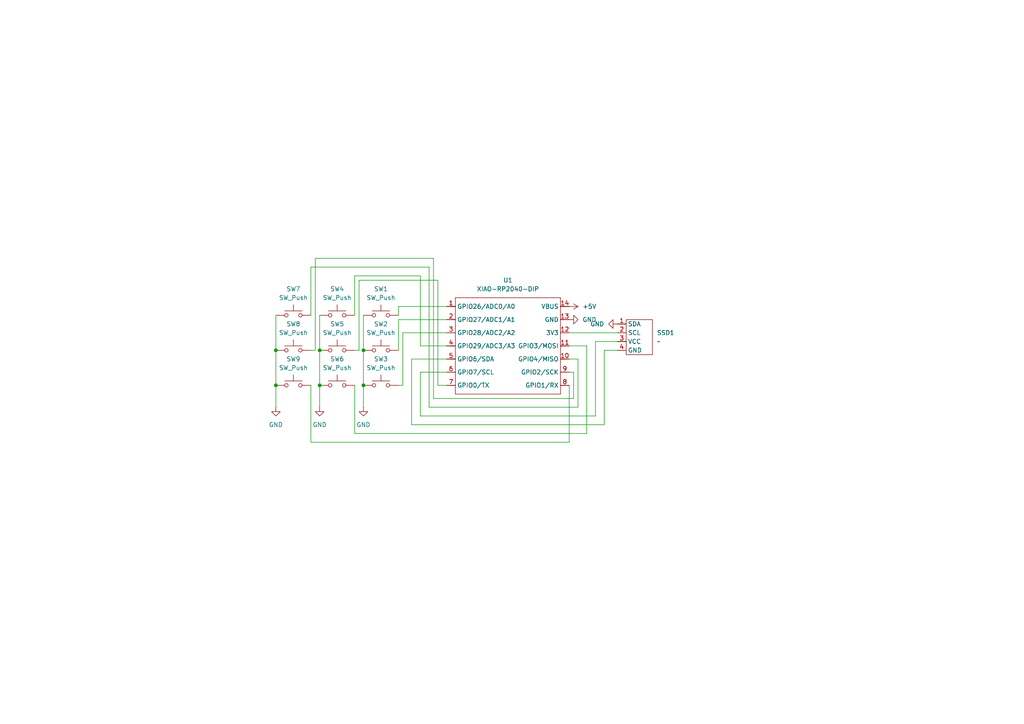
<source format=kicad_sch>
(kicad_sch
	(version 20250114)
	(generator "eeschema")
	(generator_version "9.0")
	(uuid "969d22ba-05ec-4ab3-a202-20452e270c1b")
	(paper "A4")
	(lib_symbols
		(symbol "Switch:SW_Push"
			(pin_numbers
				(hide yes)
			)
			(pin_names
				(offset 1.016)
				(hide yes)
			)
			(exclude_from_sim no)
			(in_bom yes)
			(on_board yes)
			(property "Reference" "SW"
				(at 1.27 2.54 0)
				(effects
					(font
						(size 1.27 1.27)
					)
					(justify left)
				)
			)
			(property "Value" "SW_Push"
				(at 0 -1.524 0)
				(effects
					(font
						(size 1.27 1.27)
					)
				)
			)
			(property "Footprint" ""
				(at 0 5.08 0)
				(effects
					(font
						(size 1.27 1.27)
					)
					(hide yes)
				)
			)
			(property "Datasheet" "~"
				(at 0 5.08 0)
				(effects
					(font
						(size 1.27 1.27)
					)
					(hide yes)
				)
			)
			(property "Description" "Push button switch, generic, two pins"
				(at 0 0 0)
				(effects
					(font
						(size 1.27 1.27)
					)
					(hide yes)
				)
			)
			(property "ki_keywords" "switch normally-open pushbutton push-button"
				(at 0 0 0)
				(effects
					(font
						(size 1.27 1.27)
					)
					(hide yes)
				)
			)
			(symbol "SW_Push_0_1"
				(circle
					(center -2.032 0)
					(radius 0.508)
					(stroke
						(width 0)
						(type default)
					)
					(fill
						(type none)
					)
				)
				(polyline
					(pts
						(xy 0 1.27) (xy 0 3.048)
					)
					(stroke
						(width 0)
						(type default)
					)
					(fill
						(type none)
					)
				)
				(circle
					(center 2.032 0)
					(radius 0.508)
					(stroke
						(width 0)
						(type default)
					)
					(fill
						(type none)
					)
				)
				(polyline
					(pts
						(xy 2.54 1.27) (xy -2.54 1.27)
					)
					(stroke
						(width 0)
						(type default)
					)
					(fill
						(type none)
					)
				)
				(pin passive line
					(at -5.08 0 0)
					(length 2.54)
					(name "1"
						(effects
							(font
								(size 1.27 1.27)
							)
						)
					)
					(number "1"
						(effects
							(font
								(size 1.27 1.27)
							)
						)
					)
				)
				(pin passive line
					(at 5.08 0 180)
					(length 2.54)
					(name "2"
						(effects
							(font
								(size 1.27 1.27)
							)
						)
					)
					(number "2"
						(effects
							(font
								(size 1.27 1.27)
							)
						)
					)
				)
			)
			(embedded_fonts no)
		)
		(symbol "power:+5V"
			(power)
			(pin_numbers
				(hide yes)
			)
			(pin_names
				(offset 0)
				(hide yes)
			)
			(exclude_from_sim no)
			(in_bom yes)
			(on_board yes)
			(property "Reference" "#PWR"
				(at 0 -3.81 0)
				(effects
					(font
						(size 1.27 1.27)
					)
					(hide yes)
				)
			)
			(property "Value" "+5V"
				(at 0 3.556 0)
				(effects
					(font
						(size 1.27 1.27)
					)
				)
			)
			(property "Footprint" ""
				(at 0 0 0)
				(effects
					(font
						(size 1.27 1.27)
					)
					(hide yes)
				)
			)
			(property "Datasheet" ""
				(at 0 0 0)
				(effects
					(font
						(size 1.27 1.27)
					)
					(hide yes)
				)
			)
			(property "Description" "Power symbol creates a global label with name \"+5V\""
				(at 0 0 0)
				(effects
					(font
						(size 1.27 1.27)
					)
					(hide yes)
				)
			)
			(property "ki_keywords" "global power"
				(at 0 0 0)
				(effects
					(font
						(size 1.27 1.27)
					)
					(hide yes)
				)
			)
			(symbol "+5V_0_1"
				(polyline
					(pts
						(xy -0.762 1.27) (xy 0 2.54)
					)
					(stroke
						(width 0)
						(type default)
					)
					(fill
						(type none)
					)
				)
				(polyline
					(pts
						(xy 0 2.54) (xy 0.762 1.27)
					)
					(stroke
						(width 0)
						(type default)
					)
					(fill
						(type none)
					)
				)
				(polyline
					(pts
						(xy 0 0) (xy 0 2.54)
					)
					(stroke
						(width 0)
						(type default)
					)
					(fill
						(type none)
					)
				)
			)
			(symbol "+5V_1_1"
				(pin power_in line
					(at 0 0 90)
					(length 0)
					(name "~"
						(effects
							(font
								(size 1.27 1.27)
							)
						)
					)
					(number "1"
						(effects
							(font
								(size 1.27 1.27)
							)
						)
					)
				)
			)
			(embedded_fonts no)
		)
		(symbol "power:GND"
			(power)
			(pin_numbers
				(hide yes)
			)
			(pin_names
				(offset 0)
				(hide yes)
			)
			(exclude_from_sim no)
			(in_bom yes)
			(on_board yes)
			(property "Reference" "#PWR"
				(at 0 -6.35 0)
				(effects
					(font
						(size 1.27 1.27)
					)
					(hide yes)
				)
			)
			(property "Value" "GND"
				(at 0 -3.81 0)
				(effects
					(font
						(size 1.27 1.27)
					)
				)
			)
			(property "Footprint" ""
				(at 0 0 0)
				(effects
					(font
						(size 1.27 1.27)
					)
					(hide yes)
				)
			)
			(property "Datasheet" ""
				(at 0 0 0)
				(effects
					(font
						(size 1.27 1.27)
					)
					(hide yes)
				)
			)
			(property "Description" "Power symbol creates a global label with name \"GND\" , ground"
				(at 0 0 0)
				(effects
					(font
						(size 1.27 1.27)
					)
					(hide yes)
				)
			)
			(property "ki_keywords" "global power"
				(at 0 0 0)
				(effects
					(font
						(size 1.27 1.27)
					)
					(hide yes)
				)
			)
			(symbol "GND_0_1"
				(polyline
					(pts
						(xy 0 0) (xy 0 -1.27) (xy 1.27 -1.27) (xy 0 -2.54) (xy -1.27 -1.27) (xy 0 -1.27)
					)
					(stroke
						(width 0)
						(type default)
					)
					(fill
						(type none)
					)
				)
			)
			(symbol "GND_1_1"
				(pin power_in line
					(at 0 0 270)
					(length 0)
					(name "~"
						(effects
							(font
								(size 1.27 1.27)
							)
						)
					)
					(number "1"
						(effects
							(font
								(size 1.27 1.27)
							)
						)
					)
				)
			)
			(embedded_fonts no)
		)
		(symbol "ssd1306:SSD1306"
			(exclude_from_sim no)
			(in_bom yes)
			(on_board yes)
			(property "Reference" "SSD1306"
				(at 0 0 0)
				(effects
					(font
						(size 1.27 1.27)
					)
				)
			)
			(property "Value" ""
				(at 0 0 0)
				(effects
					(font
						(size 1.27 1.27)
					)
				)
			)
			(property "Footprint" ""
				(at 0 0 0)
				(effects
					(font
						(size 1.27 1.27)
					)
					(hide yes)
				)
			)
			(property "Datasheet" ""
				(at 0 0 0)
				(effects
					(font
						(size 1.27 1.27)
					)
					(hide yes)
				)
			)
			(property "Description" ""
				(at 0 0 0)
				(effects
					(font
						(size 1.27 1.27)
					)
					(hide yes)
				)
			)
			(symbol "SSD1306_0_1"
				(rectangle
					(start -1.27 -3.81)
					(end 6.35 -13.97)
					(stroke
						(width 0)
						(type default)
					)
					(fill
						(type none)
					)
				)
			)
			(symbol "SSD1306_1_1"
				(pin bidirectional line
					(at -3.81 -5.08 0)
					(length 2.54)
					(name "SDA"
						(effects
							(font
								(size 1.27 1.27)
							)
						)
					)
					(number "1"
						(effects
							(font
								(size 1.27 1.27)
							)
						)
					)
				)
				(pin bidirectional line
					(at -3.81 -7.62 0)
					(length 2.54)
					(name "SCL"
						(effects
							(font
								(size 1.27 1.27)
							)
						)
					)
					(number "2"
						(effects
							(font
								(size 1.27 1.27)
							)
						)
					)
				)
				(pin power_in line
					(at -3.81 -10.16 0)
					(length 2.54)
					(name "VCC"
						(effects
							(font
								(size 1.27 1.27)
							)
						)
					)
					(number "3"
						(effects
							(font
								(size 1.27 1.27)
							)
						)
					)
				)
				(pin power_in line
					(at -3.81 -12.7 0)
					(length 2.54)
					(name "GND"
						(effects
							(font
								(size 1.27 1.27)
							)
						)
					)
					(number "4"
						(effects
							(font
								(size 1.27 1.27)
							)
						)
					)
				)
			)
			(embedded_fonts no)
		)
		(symbol "stuff:XIAO-RP2040-DIP"
			(exclude_from_sim no)
			(in_bom yes)
			(on_board yes)
			(property "Reference" "U"
				(at 0 0 0)
				(effects
					(font
						(size 1.27 1.27)
					)
				)
			)
			(property "Value" "XIAO-RP2040-DIP"
				(at 5.334 -1.778 0)
				(effects
					(font
						(size 1.27 1.27)
					)
				)
			)
			(property "Footprint" "Module:MOUDLE14P-XIAO-DIP-SMD"
				(at 14.478 -32.258 0)
				(effects
					(font
						(size 1.27 1.27)
					)
					(hide yes)
				)
			)
			(property "Datasheet" ""
				(at 0 0 0)
				(effects
					(font
						(size 1.27 1.27)
					)
					(hide yes)
				)
			)
			(property "Description" ""
				(at 0 0 0)
				(effects
					(font
						(size 1.27 1.27)
					)
					(hide yes)
				)
			)
			(symbol "XIAO-RP2040-DIP_1_0"
				(polyline
					(pts
						(xy -1.27 -2.54) (xy 29.21 -2.54)
					)
					(stroke
						(width 0.1524)
						(type solid)
					)
					(fill
						(type none)
					)
				)
				(polyline
					(pts
						(xy -1.27 -5.08) (xy -2.54 -5.08)
					)
					(stroke
						(width 0.1524)
						(type solid)
					)
					(fill
						(type none)
					)
				)
				(polyline
					(pts
						(xy -1.27 -5.08) (xy -1.27 -2.54)
					)
					(stroke
						(width 0.1524)
						(type solid)
					)
					(fill
						(type none)
					)
				)
				(polyline
					(pts
						(xy -1.27 -8.89) (xy -2.54 -8.89)
					)
					(stroke
						(width 0.1524)
						(type solid)
					)
					(fill
						(type none)
					)
				)
				(polyline
					(pts
						(xy -1.27 -8.89) (xy -1.27 -5.08)
					)
					(stroke
						(width 0.1524)
						(type solid)
					)
					(fill
						(type none)
					)
				)
				(polyline
					(pts
						(xy -1.27 -12.7) (xy -2.54 -12.7)
					)
					(stroke
						(width 0.1524)
						(type solid)
					)
					(fill
						(type none)
					)
				)
				(polyline
					(pts
						(xy -1.27 -12.7) (xy -1.27 -8.89)
					)
					(stroke
						(width 0.1524)
						(type solid)
					)
					(fill
						(type none)
					)
				)
				(polyline
					(pts
						(xy -1.27 -16.51) (xy -2.54 -16.51)
					)
					(stroke
						(width 0.1524)
						(type solid)
					)
					(fill
						(type none)
					)
				)
				(polyline
					(pts
						(xy -1.27 -16.51) (xy -1.27 -12.7)
					)
					(stroke
						(width 0.1524)
						(type solid)
					)
					(fill
						(type none)
					)
				)
				(polyline
					(pts
						(xy -1.27 -20.32) (xy -2.54 -20.32)
					)
					(stroke
						(width 0.1524)
						(type solid)
					)
					(fill
						(type none)
					)
				)
				(polyline
					(pts
						(xy -1.27 -24.13) (xy -2.54 -24.13)
					)
					(stroke
						(width 0.1524)
						(type solid)
					)
					(fill
						(type none)
					)
				)
				(polyline
					(pts
						(xy -1.27 -27.94) (xy -2.54 -27.94)
					)
					(stroke
						(width 0.1524)
						(type solid)
					)
					(fill
						(type none)
					)
				)
				(polyline
					(pts
						(xy -1.27 -30.48) (xy -1.27 -16.51)
					)
					(stroke
						(width 0.1524)
						(type solid)
					)
					(fill
						(type none)
					)
				)
				(polyline
					(pts
						(xy 29.21 -2.54) (xy 29.21 -5.08)
					)
					(stroke
						(width 0.1524)
						(type solid)
					)
					(fill
						(type none)
					)
				)
				(polyline
					(pts
						(xy 29.21 -5.08) (xy 29.21 -8.89)
					)
					(stroke
						(width 0.1524)
						(type solid)
					)
					(fill
						(type none)
					)
				)
				(polyline
					(pts
						(xy 29.21 -8.89) (xy 29.21 -12.7)
					)
					(stroke
						(width 0.1524)
						(type solid)
					)
					(fill
						(type none)
					)
				)
				(polyline
					(pts
						(xy 29.21 -12.7) (xy 29.21 -30.48)
					)
					(stroke
						(width 0.1524)
						(type solid)
					)
					(fill
						(type none)
					)
				)
				(polyline
					(pts
						(xy 29.21 -30.48) (xy -1.27 -30.48)
					)
					(stroke
						(width 0.1524)
						(type solid)
					)
					(fill
						(type none)
					)
				)
				(polyline
					(pts
						(xy 30.48 -5.08) (xy 29.21 -5.08)
					)
					(stroke
						(width 0.1524)
						(type solid)
					)
					(fill
						(type none)
					)
				)
				(polyline
					(pts
						(xy 30.48 -8.89) (xy 29.21 -8.89)
					)
					(stroke
						(width 0.1524)
						(type solid)
					)
					(fill
						(type none)
					)
				)
				(polyline
					(pts
						(xy 30.48 -12.7) (xy 29.21 -12.7)
					)
					(stroke
						(width 0.1524)
						(type solid)
					)
					(fill
						(type none)
					)
				)
				(polyline
					(pts
						(xy 30.48 -16.51) (xy 29.21 -16.51)
					)
					(stroke
						(width 0.1524)
						(type solid)
					)
					(fill
						(type none)
					)
				)
				(polyline
					(pts
						(xy 30.48 -20.32) (xy 29.21 -20.32)
					)
					(stroke
						(width 0.1524)
						(type solid)
					)
					(fill
						(type none)
					)
				)
				(polyline
					(pts
						(xy 30.48 -24.13) (xy 29.21 -24.13)
					)
					(stroke
						(width 0.1524)
						(type solid)
					)
					(fill
						(type none)
					)
				)
				(polyline
					(pts
						(xy 30.48 -27.94) (xy 29.21 -27.94)
					)
					(stroke
						(width 0.1524)
						(type solid)
					)
					(fill
						(type none)
					)
				)
				(pin passive line
					(at -3.81 -5.08 0)
					(length 2.54)
					(name "GPIO26/ADC0/A0"
						(effects
							(font
								(size 1.27 1.27)
							)
						)
					)
					(number "1"
						(effects
							(font
								(size 1.27 1.27)
							)
						)
					)
				)
				(pin passive line
					(at -3.81 -8.89 0)
					(length 2.54)
					(name "GPIO27/ADC1/A1"
						(effects
							(font
								(size 1.27 1.27)
							)
						)
					)
					(number "2"
						(effects
							(font
								(size 1.27 1.27)
							)
						)
					)
				)
				(pin passive line
					(at -3.81 -12.7 0)
					(length 2.54)
					(name "GPIO28/ADC2/A2"
						(effects
							(font
								(size 1.27 1.27)
							)
						)
					)
					(number "3"
						(effects
							(font
								(size 1.27 1.27)
							)
						)
					)
				)
				(pin passive line
					(at -3.81 -16.51 0)
					(length 2.54)
					(name "GPIO29/ADC3/A3"
						(effects
							(font
								(size 1.27 1.27)
							)
						)
					)
					(number "4"
						(effects
							(font
								(size 1.27 1.27)
							)
						)
					)
				)
				(pin passive line
					(at -3.81 -20.32 0)
					(length 2.54)
					(name "GPIO6/SDA"
						(effects
							(font
								(size 1.27 1.27)
							)
						)
					)
					(number "5"
						(effects
							(font
								(size 1.27 1.27)
							)
						)
					)
				)
				(pin passive line
					(at -3.81 -24.13 0)
					(length 2.54)
					(name "GPIO7/SCL"
						(effects
							(font
								(size 1.27 1.27)
							)
						)
					)
					(number "6"
						(effects
							(font
								(size 1.27 1.27)
							)
						)
					)
				)
				(pin passive line
					(at -3.81 -27.94 0)
					(length 2.54)
					(name "GPIO0/TX"
						(effects
							(font
								(size 1.27 1.27)
							)
						)
					)
					(number "7"
						(effects
							(font
								(size 1.27 1.27)
							)
						)
					)
				)
				(pin passive line
					(at 31.75 -5.08 180)
					(length 2.54)
					(name "VBUS"
						(effects
							(font
								(size 1.27 1.27)
							)
						)
					)
					(number "14"
						(effects
							(font
								(size 1.27 1.27)
							)
						)
					)
				)
				(pin passive line
					(at 31.75 -8.89 180)
					(length 2.54)
					(name "GND"
						(effects
							(font
								(size 1.27 1.27)
							)
						)
					)
					(number "13"
						(effects
							(font
								(size 1.27 1.27)
							)
						)
					)
				)
				(pin passive line
					(at 31.75 -12.7 180)
					(length 2.54)
					(name "3V3"
						(effects
							(font
								(size 1.27 1.27)
							)
						)
					)
					(number "12"
						(effects
							(font
								(size 1.27 1.27)
							)
						)
					)
				)
				(pin passive line
					(at 31.75 -16.51 180)
					(length 2.54)
					(name "GPIO3/MOSI"
						(effects
							(font
								(size 1.27 1.27)
							)
						)
					)
					(number "11"
						(effects
							(font
								(size 1.27 1.27)
							)
						)
					)
				)
				(pin passive line
					(at 31.75 -20.32 180)
					(length 2.54)
					(name "GPIO4/MISO"
						(effects
							(font
								(size 1.27 1.27)
							)
						)
					)
					(number "10"
						(effects
							(font
								(size 1.27 1.27)
							)
						)
					)
				)
				(pin passive line
					(at 31.75 -24.13 180)
					(length 2.54)
					(name "GPIO2/SCK"
						(effects
							(font
								(size 1.27 1.27)
							)
						)
					)
					(number "9"
						(effects
							(font
								(size 1.27 1.27)
							)
						)
					)
				)
				(pin passive line
					(at 31.75 -27.94 180)
					(length 2.54)
					(name "GPIO1/RX"
						(effects
							(font
								(size 1.27 1.27)
							)
						)
					)
					(number "8"
						(effects
							(font
								(size 1.27 1.27)
							)
						)
					)
				)
			)
			(embedded_fonts no)
		)
	)
	(junction
		(at 105.41 101.6)
		(diameter 0)
		(color 0 0 0 0)
		(uuid "066f1ca6-c614-427e-8e6c-ba0edeaaa06b")
	)
	(junction
		(at 80.01 111.76)
		(diameter 0)
		(color 0 0 0 0)
		(uuid "133555ab-fd4f-4897-97db-bb8410584cc2")
	)
	(junction
		(at 105.41 111.76)
		(diameter 0)
		(color 0 0 0 0)
		(uuid "3aefb8d1-f6f4-4dd1-935b-978f6c3652d6")
	)
	(junction
		(at 80.01 101.6)
		(diameter 0)
		(color 0 0 0 0)
		(uuid "a9fa5a6c-f800-43b5-8098-04bc4ad9ed79")
	)
	(junction
		(at 92.71 111.76)
		(diameter 0)
		(color 0 0 0 0)
		(uuid "ea50bb28-3b08-4889-9c71-b368b34c4c67")
	)
	(junction
		(at 92.71 101.6)
		(diameter 0)
		(color 0 0 0 0)
		(uuid "ede18072-36b0-410a-955a-ad329b7a9b2a")
	)
	(wire
		(pts
			(xy 105.41 111.76) (xy 105.41 118.11)
		)
		(stroke
			(width 0)
			(type default)
		)
		(uuid "0a5b3746-c5e2-4613-b064-f2df40dc441f")
	)
	(wire
		(pts
			(xy 166.37 107.95) (xy 165.1 107.95)
		)
		(stroke
			(width 0)
			(type default)
		)
		(uuid "0ac99c07-0849-4eb3-9d2d-ac100ac04374")
	)
	(wire
		(pts
			(xy 102.87 125.73) (xy 170.18 125.73)
		)
		(stroke
			(width 0)
			(type default)
		)
		(uuid "0ad84464-c757-42fe-83e7-3db9154a21a2")
	)
	(wire
		(pts
			(xy 170.18 100.33) (xy 165.1 100.33)
		)
		(stroke
			(width 0)
			(type default)
		)
		(uuid "0d78da93-4fae-40f5-9814-a5797a2ed814")
	)
	(wire
		(pts
			(xy 165.1 96.52) (xy 179.07 96.52)
		)
		(stroke
			(width 0)
			(type default)
		)
		(uuid "14ffa752-d7ff-423c-9463-518cc51e766f")
	)
	(wire
		(pts
			(xy 104.14 81.28) (xy 127 81.28)
		)
		(stroke
			(width 0)
			(type default)
		)
		(uuid "1ce4293e-c72c-4d2e-8f21-fa8f0ff619a6")
	)
	(wire
		(pts
			(xy 124.46 118.11) (xy 167.64 118.11)
		)
		(stroke
			(width 0)
			(type default)
		)
		(uuid "24dc6adc-70f3-47ac-ba47-c47add5a9962")
	)
	(wire
		(pts
			(xy 102.87 111.76) (xy 102.87 125.73)
		)
		(stroke
			(width 0)
			(type default)
		)
		(uuid "2637397d-271e-44f5-b827-3ca477c35e33")
	)
	(wire
		(pts
			(xy 170.18 125.73) (xy 170.18 100.33)
		)
		(stroke
			(width 0)
			(type default)
		)
		(uuid "3b47504a-c43e-4620-8571-5aafd4155b8f")
	)
	(wire
		(pts
			(xy 116.84 96.52) (xy 129.54 96.52)
		)
		(stroke
			(width 0)
			(type default)
		)
		(uuid "40b162f1-2c64-41b9-8e34-3327e25057bf")
	)
	(wire
		(pts
			(xy 80.01 91.44) (xy 80.01 101.6)
		)
		(stroke
			(width 0)
			(type default)
		)
		(uuid "4179a15d-8266-4a36-b991-e6e44248b541")
	)
	(wire
		(pts
			(xy 165.1 128.27) (xy 165.1 111.76)
		)
		(stroke
			(width 0)
			(type default)
		)
		(uuid "47213533-72a1-4116-8db0-5a1563411959")
	)
	(wire
		(pts
			(xy 92.71 111.76) (xy 92.71 118.11)
		)
		(stroke
			(width 0)
			(type default)
		)
		(uuid "4c8e9ef3-3842-491d-a680-ea8ed61dff6b")
	)
	(wire
		(pts
			(xy 90.17 128.27) (xy 165.1 128.27)
		)
		(stroke
			(width 0)
			(type default)
		)
		(uuid "5275fc55-6102-441f-9ee4-08a704a4f423")
	)
	(wire
		(pts
			(xy 127 81.28) (xy 127 111.76)
		)
		(stroke
			(width 0)
			(type default)
		)
		(uuid "52777a9e-33e9-4b14-8d87-9412da75a6d3")
	)
	(wire
		(pts
			(xy 175.26 123.19) (xy 119.38 123.19)
		)
		(stroke
			(width 0)
			(type default)
		)
		(uuid "557c5ab7-7473-4f30-a615-a088eeb63498")
	)
	(wire
		(pts
			(xy 121.92 100.33) (xy 129.54 100.33)
		)
		(stroke
			(width 0)
			(type default)
		)
		(uuid "5d996533-355f-4674-a3e7-46461bb7ca61")
	)
	(wire
		(pts
			(xy 90.17 101.6) (xy 91.44 101.6)
		)
		(stroke
			(width 0)
			(type default)
		)
		(uuid "5f52f223-8b0d-4e83-a0b5-1544bc87155c")
	)
	(wire
		(pts
			(xy 91.44 74.93) (xy 125.73 74.93)
		)
		(stroke
			(width 0)
			(type default)
		)
		(uuid "636758c6-9184-4bf1-b2f9-8c4baf084a1d")
	)
	(wire
		(pts
			(xy 105.41 101.6) (xy 105.41 111.76)
		)
		(stroke
			(width 0)
			(type default)
		)
		(uuid "6788654a-e126-4efc-8669-7e6dfc16fe78")
	)
	(wire
		(pts
			(xy 166.37 115.57) (xy 166.37 107.95)
		)
		(stroke
			(width 0)
			(type default)
		)
		(uuid "6db1851b-f647-4011-b586-0e0a5043abac")
	)
	(wire
		(pts
			(xy 172.72 99.06) (xy 172.72 120.65)
		)
		(stroke
			(width 0)
			(type default)
		)
		(uuid "6e6d59db-3eda-4a0a-afa3-3aa5861aee1d")
	)
	(wire
		(pts
			(xy 102.87 91.44) (xy 102.87 80.01)
		)
		(stroke
			(width 0)
			(type default)
		)
		(uuid "70005c84-ef86-4c68-8d25-4bd26c5b305a")
	)
	(wire
		(pts
			(xy 121.92 80.01) (xy 121.92 100.33)
		)
		(stroke
			(width 0)
			(type default)
		)
		(uuid "70152ded-4dc4-4a5a-9d64-1099f72a17ce")
	)
	(wire
		(pts
			(xy 127 111.76) (xy 129.54 111.76)
		)
		(stroke
			(width 0)
			(type default)
		)
		(uuid "7dc8bb6e-d4ed-4a03-9c5b-d4ecd84b33ff")
	)
	(wire
		(pts
			(xy 179.07 99.06) (xy 172.72 99.06)
		)
		(stroke
			(width 0)
			(type default)
		)
		(uuid "8a177d7f-1b09-4693-a374-9fae6f340ec5")
	)
	(wire
		(pts
			(xy 179.07 101.6) (xy 175.26 101.6)
		)
		(stroke
			(width 0)
			(type default)
		)
		(uuid "950a8049-428b-41da-ba5c-d38f804634c9")
	)
	(wire
		(pts
			(xy 90.17 77.47) (xy 124.46 77.47)
		)
		(stroke
			(width 0)
			(type default)
		)
		(uuid "950dca58-3717-4768-a704-e82e5420e024")
	)
	(wire
		(pts
			(xy 115.57 91.44) (xy 115.57 88.9)
		)
		(stroke
			(width 0)
			(type default)
		)
		(uuid "976385be-8011-4763-b228-b832cb5f7930")
	)
	(wire
		(pts
			(xy 91.44 101.6) (xy 91.44 74.93)
		)
		(stroke
			(width 0)
			(type default)
		)
		(uuid "9940fa05-38bc-496f-8a2b-b3515ec8d539")
	)
	(wire
		(pts
			(xy 102.87 101.6) (xy 104.14 101.6)
		)
		(stroke
			(width 0)
			(type default)
		)
		(uuid "9d9050a3-906d-4f16-ac06-1ee2c1bb110e")
	)
	(wire
		(pts
			(xy 92.71 101.6) (xy 92.71 111.76)
		)
		(stroke
			(width 0)
			(type default)
		)
		(uuid "a7568f76-39c4-4771-972b-158e6fe20431")
	)
	(wire
		(pts
			(xy 167.64 118.11) (xy 167.64 104.14)
		)
		(stroke
			(width 0)
			(type default)
		)
		(uuid "a7c8d63d-58c6-4ddf-96e6-becd9dd34ed9")
	)
	(wire
		(pts
			(xy 90.17 111.76) (xy 90.17 128.27)
		)
		(stroke
			(width 0)
			(type default)
		)
		(uuid "a8ab462b-986f-4190-bb04-0f3dc2b947d6")
	)
	(wire
		(pts
			(xy 80.01 111.76) (xy 80.01 118.11)
		)
		(stroke
			(width 0)
			(type default)
		)
		(uuid "aa0d09f6-f607-4949-9ce9-c855781f5ae7")
	)
	(wire
		(pts
			(xy 105.41 91.44) (xy 105.41 101.6)
		)
		(stroke
			(width 0)
			(type default)
		)
		(uuid "adbd7039-c317-48ec-8a53-0c780ec2dd72")
	)
	(wire
		(pts
			(xy 125.73 74.93) (xy 125.73 115.57)
		)
		(stroke
			(width 0)
			(type default)
		)
		(uuid "b0ee02ed-e157-4157-bc66-6920582aa31c")
	)
	(wire
		(pts
			(xy 104.14 101.6) (xy 104.14 81.28)
		)
		(stroke
			(width 0)
			(type default)
		)
		(uuid "b6364082-693f-4076-b42f-6e4545c88cce")
	)
	(wire
		(pts
			(xy 121.92 120.65) (xy 121.92 107.95)
		)
		(stroke
			(width 0)
			(type default)
		)
		(uuid "b6a79e9f-d714-4bb0-959a-707ddb716a49")
	)
	(wire
		(pts
			(xy 121.92 107.95) (xy 129.54 107.95)
		)
		(stroke
			(width 0)
			(type default)
		)
		(uuid "b6f6bb4f-c941-426a-ba13-03496e172386")
	)
	(wire
		(pts
			(xy 124.46 77.47) (xy 124.46 118.11)
		)
		(stroke
			(width 0)
			(type default)
		)
		(uuid "c10ea0cd-b37a-4d4f-88a5-d9030d8c8b9b")
	)
	(wire
		(pts
			(xy 167.64 104.14) (xy 165.1 104.14)
		)
		(stroke
			(width 0)
			(type default)
		)
		(uuid "c14727b8-14fc-4beb-b069-11b725e549ee")
	)
	(wire
		(pts
			(xy 119.38 123.19) (xy 119.38 104.14)
		)
		(stroke
			(width 0)
			(type default)
		)
		(uuid "c19265d6-5fc5-487d-9686-7757978d374b")
	)
	(wire
		(pts
			(xy 80.01 101.6) (xy 80.01 111.76)
		)
		(stroke
			(width 0)
			(type default)
		)
		(uuid "c5de9101-b7f4-47d8-87ef-3c4a16de6550")
	)
	(wire
		(pts
			(xy 90.17 91.44) (xy 90.17 77.47)
		)
		(stroke
			(width 0)
			(type default)
		)
		(uuid "c7ec6cc3-f8ed-428e-b3e2-4d3b9b0a5dc3")
	)
	(wire
		(pts
			(xy 172.72 120.65) (xy 121.92 120.65)
		)
		(stroke
			(width 0)
			(type default)
		)
		(uuid "d3bd84b4-5de2-451a-a0b9-363ede93df7c")
	)
	(wire
		(pts
			(xy 175.26 101.6) (xy 175.26 123.19)
		)
		(stroke
			(width 0)
			(type default)
		)
		(uuid "d5c2215a-f69c-4a72-b572-cc779820b701")
	)
	(wire
		(pts
			(xy 115.57 88.9) (xy 129.54 88.9)
		)
		(stroke
			(width 0)
			(type default)
		)
		(uuid "e2ab97c0-3b45-4551-9bd1-283abe8e3c1e")
	)
	(wire
		(pts
			(xy 102.87 80.01) (xy 121.92 80.01)
		)
		(stroke
			(width 0)
			(type default)
		)
		(uuid "e5c03531-4bf9-42e7-8cbb-8edaf57a326d")
	)
	(wire
		(pts
			(xy 115.57 111.76) (xy 116.84 111.76)
		)
		(stroke
			(width 0)
			(type default)
		)
		(uuid "e745e4a0-ad62-44f6-922b-98402bdb44f7")
	)
	(wire
		(pts
			(xy 119.38 104.14) (xy 129.54 104.14)
		)
		(stroke
			(width 0)
			(type default)
		)
		(uuid "e7855dc2-94ca-4576-9c86-d4b8533b5d71")
	)
	(wire
		(pts
			(xy 116.84 111.76) (xy 116.84 96.52)
		)
		(stroke
			(width 0)
			(type default)
		)
		(uuid "e8149c51-6690-486a-ba79-a9840e7e069f")
	)
	(wire
		(pts
			(xy 125.73 115.57) (xy 166.37 115.57)
		)
		(stroke
			(width 0)
			(type default)
		)
		(uuid "e8254c32-a247-46ee-b251-f802f0f82093")
	)
	(wire
		(pts
			(xy 92.71 91.44) (xy 92.71 101.6)
		)
		(stroke
			(width 0)
			(type default)
		)
		(uuid "eeef0915-5877-4cd4-9bb5-11a2e8551b0c")
	)
	(wire
		(pts
			(xy 115.57 101.6) (xy 115.57 92.71)
		)
		(stroke
			(width 0)
			(type default)
		)
		(uuid "f82a2251-d312-40ef-9721-68c405fd4ba1")
	)
	(wire
		(pts
			(xy 115.57 92.71) (xy 129.54 92.71)
		)
		(stroke
			(width 0)
			(type default)
		)
		(uuid "fc91404e-4bf4-4127-b835-3342bcea4720")
	)
	(symbol
		(lib_id "stuff:XIAO-RP2040-DIP")
		(at 133.35 83.82 0)
		(unit 1)
		(exclude_from_sim no)
		(in_bom yes)
		(on_board yes)
		(dnp no)
		(fields_autoplaced yes)
		(uuid "0ba64b87-6453-40e0-954a-f95a0610bbe7")
		(property "Reference" "U1"
			(at 147.32 81.28 0)
			(effects
				(font
					(size 1.27 1.27)
				)
			)
		)
		(property "Value" "XIAO-RP2040-DIP"
			(at 147.32 83.82 0)
			(effects
				(font
					(size 1.27 1.27)
				)
			)
		)
		(property "Footprint" "feet:XIAO-RP2040-DIP"
			(at 147.828 116.078 0)
			(effects
				(font
					(size 1.27 1.27)
				)
				(hide yes)
			)
		)
		(property "Datasheet" ""
			(at 133.35 83.82 0)
			(effects
				(font
					(size 1.27 1.27)
				)
				(hide yes)
			)
		)
		(property "Description" ""
			(at 133.35 83.82 0)
			(effects
				(font
					(size 1.27 1.27)
				)
				(hide yes)
			)
		)
		(pin "12"
			(uuid "39b49634-be61-4e60-8fed-6f86f4583bf7")
		)
		(pin "7"
			(uuid "ebf4afe4-b598-4159-9928-06b92fbb7a69")
		)
		(pin "3"
			(uuid "b6cfa63c-6b25-4611-901e-0be8683c9c14")
		)
		(pin "8"
			(uuid "b2825cba-689b-4bdf-911b-e4f7c543a204")
		)
		(pin "1"
			(uuid "8ba0c5c6-c601-43e1-87cb-7beab01e408b")
		)
		(pin "5"
			(uuid "030f3970-f64d-4283-a30f-39e904ba6a47")
		)
		(pin "14"
			(uuid "ba014a89-72e5-4aa1-885a-e6eefc57adc2")
		)
		(pin "11"
			(uuid "5d0b796e-2590-4d31-93de-5ab61187f094")
		)
		(pin "2"
			(uuid "604d5048-5225-4638-b058-1239192ed836")
		)
		(pin "13"
			(uuid "1fa51f35-7d22-4faa-ba5b-f076e83f03c4")
		)
		(pin "4"
			(uuid "8514c8ad-dfcd-4de7-8f91-535ed1d5ef84")
		)
		(pin "9"
			(uuid "2f3cbb91-e11b-4c71-95e8-85df4a310f4f")
		)
		(pin "10"
			(uuid "7531cbc5-5cb5-4b2a-8ae1-645124e3a808")
		)
		(pin "6"
			(uuid "c827416c-78bb-4c52-bbf5-98248b793be5")
		)
		(instances
			(project ""
				(path "/969d22ba-05ec-4ab3-a202-20452e270c1b"
					(reference "U1")
					(unit 1)
				)
			)
		)
	)
	(symbol
		(lib_id "Switch:SW_Push")
		(at 85.09 111.76 0)
		(unit 1)
		(exclude_from_sim no)
		(in_bom yes)
		(on_board yes)
		(dnp no)
		(fields_autoplaced yes)
		(uuid "1297b6a3-3f66-4b0b-b605-76482c28bbc9")
		(property "Reference" "SW9"
			(at 85.09 104.14 0)
			(effects
				(font
					(size 1.27 1.27)
				)
			)
		)
		(property "Value" "SW_Push"
			(at 85.09 106.68 0)
			(effects
				(font
					(size 1.27 1.27)
				)
			)
		)
		(property "Footprint" "Button_Switch_Keyboard:SW_Cherry_MX_1.00u_PCB"
			(at 85.09 106.68 0)
			(effects
				(font
					(size 1.27 1.27)
				)
				(hide yes)
			)
		)
		(property "Datasheet" "~"
			(at 85.09 106.68 0)
			(effects
				(font
					(size 1.27 1.27)
				)
				(hide yes)
			)
		)
		(property "Description" "Push button switch, generic, two pins"
			(at 85.09 111.76 0)
			(effects
				(font
					(size 1.27 1.27)
				)
				(hide yes)
			)
		)
		(pin "2"
			(uuid "332b79ad-fdd9-4403-b41e-5772bf12aaba")
		)
		(pin "1"
			(uuid "8fae8f77-c805-43e6-b6fe-a87aa2ba38b8")
		)
		(instances
			(project ""
				(path "/969d22ba-05ec-4ab3-a202-20452e270c1b"
					(reference "SW9")
					(unit 1)
				)
			)
		)
	)
	(symbol
		(lib_id "Switch:SW_Push")
		(at 85.09 91.44 0)
		(unit 1)
		(exclude_from_sim no)
		(in_bom yes)
		(on_board yes)
		(dnp no)
		(fields_autoplaced yes)
		(uuid "27c2a1bf-f9c3-42a1-b592-a6fdc683ae5d")
		(property "Reference" "SW7"
			(at 85.09 83.82 0)
			(effects
				(font
					(size 1.27 1.27)
				)
			)
		)
		(property "Value" "SW_Push"
			(at 85.09 86.36 0)
			(effects
				(font
					(size 1.27 1.27)
				)
			)
		)
		(property "Footprint" "Button_Switch_Keyboard:SW_Cherry_MX_1.00u_PCB"
			(at 85.09 86.36 0)
			(effects
				(font
					(size 1.27 1.27)
				)
				(hide yes)
			)
		)
		(property "Datasheet" "~"
			(at 85.09 86.36 0)
			(effects
				(font
					(size 1.27 1.27)
				)
				(hide yes)
			)
		)
		(property "Description" "Push button switch, generic, two pins"
			(at 85.09 91.44 0)
			(effects
				(font
					(size 1.27 1.27)
				)
				(hide yes)
			)
		)
		(pin "1"
			(uuid "3f18db54-c7e9-4d54-88c5-7afe35f5e2dc")
		)
		(pin "2"
			(uuid "477fec27-b93d-4ece-8798-d0349255d2b8")
		)
		(instances
			(project ""
				(path "/969d22ba-05ec-4ab3-a202-20452e270c1b"
					(reference "SW7")
					(unit 1)
				)
			)
		)
	)
	(symbol
		(lib_id "power:GND")
		(at 165.1 92.71 90)
		(unit 1)
		(exclude_from_sim no)
		(in_bom yes)
		(on_board yes)
		(dnp no)
		(fields_autoplaced yes)
		(uuid "3e802fbe-dbe7-4a9d-9d14-b3f3d13fc15e")
		(property "Reference" "#PWR04"
			(at 171.45 92.71 0)
			(effects
				(font
					(size 1.27 1.27)
				)
				(hide yes)
			)
		)
		(property "Value" "GND"
			(at 168.91 92.7099 90)
			(effects
				(font
					(size 1.27 1.27)
				)
				(justify right)
			)
		)
		(property "Footprint" ""
			(at 165.1 92.71 0)
			(effects
				(font
					(size 1.27 1.27)
				)
				(hide yes)
			)
		)
		(property "Datasheet" ""
			(at 165.1 92.71 0)
			(effects
				(font
					(size 1.27 1.27)
				)
				(hide yes)
			)
		)
		(property "Description" "Power symbol creates a global label with name \"GND\" , ground"
			(at 165.1 92.71 0)
			(effects
				(font
					(size 1.27 1.27)
				)
				(hide yes)
			)
		)
		(pin "1"
			(uuid "3e6be02a-a62c-4059-81bb-e0ed7fa28257")
		)
		(instances
			(project ""
				(path "/969d22ba-05ec-4ab3-a202-20452e270c1b"
					(reference "#PWR04")
					(unit 1)
				)
			)
		)
	)
	(symbol
		(lib_id "ssd1306:SSD1306")
		(at 182.88 88.9 0)
		(unit 1)
		(exclude_from_sim no)
		(in_bom yes)
		(on_board yes)
		(dnp no)
		(fields_autoplaced yes)
		(uuid "402ad720-daac-4d16-884f-1c6cde90f23d")
		(property "Reference" "SSD1"
			(at 190.5 96.5199 0)
			(effects
				(font
					(size 1.27 1.27)
				)
				(justify left)
			)
		)
		(property "Value" "~"
			(at 190.5 99.0599 0)
			(effects
				(font
					(size 1.27 1.27)
				)
				(justify left)
			)
		)
		(property "Footprint" "oled:SSD1306-0.91-OLED-4pin-128x32 (4)"
			(at 182.88 88.9 0)
			(effects
				(font
					(size 1.27 1.27)
				)
				(hide yes)
			)
		)
		(property "Datasheet" ""
			(at 182.88 88.9 0)
			(effects
				(font
					(size 1.27 1.27)
				)
				(hide yes)
			)
		)
		(property "Description" ""
			(at 182.88 88.9 0)
			(effects
				(font
					(size 1.27 1.27)
				)
				(hide yes)
			)
		)
		(pin "1"
			(uuid "14258c20-0981-408a-8df4-5dd46bf95582")
		)
		(pin "4"
			(uuid "5e1891e3-b6f1-4f4a-831f-f4a4410ea05f")
		)
		(pin "3"
			(uuid "6b53c84a-69a4-490c-b156-8f427ecee0c5")
		)
		(pin "2"
			(uuid "6d944353-f761-4502-9ea7-d4232f700d2d")
		)
		(instances
			(project ""
				(path "/969d22ba-05ec-4ab3-a202-20452e270c1b"
					(reference "SSD1")
					(unit 1)
				)
			)
		)
	)
	(symbol
		(lib_id "power:GND")
		(at 92.71 118.11 0)
		(unit 1)
		(exclude_from_sim no)
		(in_bom yes)
		(on_board yes)
		(dnp no)
		(fields_autoplaced yes)
		(uuid "4d25d131-f74f-486c-b6cd-00966196c995")
		(property "Reference" "#PWR02"
			(at 92.71 124.46 0)
			(effects
				(font
					(size 1.27 1.27)
				)
				(hide yes)
			)
		)
		(property "Value" "GND"
			(at 92.71 123.19 0)
			(effects
				(font
					(size 1.27 1.27)
				)
			)
		)
		(property "Footprint" ""
			(at 92.71 118.11 0)
			(effects
				(font
					(size 1.27 1.27)
				)
				(hide yes)
			)
		)
		(property "Datasheet" ""
			(at 92.71 118.11 0)
			(effects
				(font
					(size 1.27 1.27)
				)
				(hide yes)
			)
		)
		(property "Description" "Power symbol creates a global label with name \"GND\" , ground"
			(at 92.71 118.11 0)
			(effects
				(font
					(size 1.27 1.27)
				)
				(hide yes)
			)
		)
		(pin "1"
			(uuid "b3812b0e-a729-4160-95fc-5adcbc51f3b4")
		)
		(instances
			(project ""
				(path "/969d22ba-05ec-4ab3-a202-20452e270c1b"
					(reference "#PWR02")
					(unit 1)
				)
			)
		)
	)
	(symbol
		(lib_id "Switch:SW_Push")
		(at 85.09 101.6 0)
		(unit 1)
		(exclude_from_sim no)
		(in_bom yes)
		(on_board yes)
		(dnp no)
		(fields_autoplaced yes)
		(uuid "6eb9e4f7-0aed-4593-be0e-b2666de91176")
		(property "Reference" "SW8"
			(at 85.09 93.98 0)
			(effects
				(font
					(size 1.27 1.27)
				)
			)
		)
		(property "Value" "SW_Push"
			(at 85.09 96.52 0)
			(effects
				(font
					(size 1.27 1.27)
				)
			)
		)
		(property "Footprint" "Button_Switch_Keyboard:SW_Cherry_MX_1.00u_PCB"
			(at 85.09 96.52 0)
			(effects
				(font
					(size 1.27 1.27)
				)
				(hide yes)
			)
		)
		(property "Datasheet" "~"
			(at 85.09 96.52 0)
			(effects
				(font
					(size 1.27 1.27)
				)
				(hide yes)
			)
		)
		(property "Description" "Push button switch, generic, two pins"
			(at 85.09 101.6 0)
			(effects
				(font
					(size 1.27 1.27)
				)
				(hide yes)
			)
		)
		(pin "1"
			(uuid "60555e2e-243c-4118-95ff-438d6dfff326")
		)
		(pin "2"
			(uuid "ca9460e5-5418-41d3-a2c7-0cf3f636f8fd")
		)
		(instances
			(project ""
				(path "/969d22ba-05ec-4ab3-a202-20452e270c1b"
					(reference "SW8")
					(unit 1)
				)
			)
		)
	)
	(symbol
		(lib_id "Switch:SW_Push")
		(at 110.49 101.6 0)
		(unit 1)
		(exclude_from_sim no)
		(in_bom yes)
		(on_board yes)
		(dnp no)
		(fields_autoplaced yes)
		(uuid "93d440f4-20d3-4a18-bd87-d6fff762fde8")
		(property "Reference" "SW2"
			(at 110.49 93.98 0)
			(effects
				(font
					(size 1.27 1.27)
				)
			)
		)
		(property "Value" "SW_Push"
			(at 110.49 96.52 0)
			(effects
				(font
					(size 1.27 1.27)
				)
			)
		)
		(property "Footprint" "Button_Switch_Keyboard:SW_Cherry_MX_1.00u_PCB"
			(at 110.49 96.52 0)
			(effects
				(font
					(size 1.27 1.27)
				)
				(hide yes)
			)
		)
		(property "Datasheet" "~"
			(at 110.49 96.52 0)
			(effects
				(font
					(size 1.27 1.27)
				)
				(hide yes)
			)
		)
		(property "Description" "Push button switch, generic, two pins"
			(at 110.49 101.6 0)
			(effects
				(font
					(size 1.27 1.27)
				)
				(hide yes)
			)
		)
		(pin "1"
			(uuid "f3497c93-a0b7-480a-b87d-e39f99fc7df8")
		)
		(pin "2"
			(uuid "5271d64a-e239-4a10-989e-5efe7e3b8d23")
		)
		(instances
			(project ""
				(path "/969d22ba-05ec-4ab3-a202-20452e270c1b"
					(reference "SW2")
					(unit 1)
				)
			)
		)
	)
	(symbol
		(lib_id "Switch:SW_Push")
		(at 110.49 91.44 0)
		(unit 1)
		(exclude_from_sim no)
		(in_bom yes)
		(on_board yes)
		(dnp no)
		(fields_autoplaced yes)
		(uuid "97df991d-cdc5-40d3-99c1-0334f7989287")
		(property "Reference" "SW1"
			(at 110.49 83.82 0)
			(effects
				(font
					(size 1.27 1.27)
				)
			)
		)
		(property "Value" "SW_Push"
			(at 110.49 86.36 0)
			(effects
				(font
					(size 1.27 1.27)
				)
			)
		)
		(property "Footprint" "Button_Switch_Keyboard:SW_Cherry_MX_1.00u_PCB"
			(at 110.49 86.36 0)
			(effects
				(font
					(size 1.27 1.27)
				)
				(hide yes)
			)
		)
		(property "Datasheet" "~"
			(at 110.49 86.36 0)
			(effects
				(font
					(size 1.27 1.27)
				)
				(hide yes)
			)
		)
		(property "Description" "Push button switch, generic, two pins"
			(at 110.49 91.44 0)
			(effects
				(font
					(size 1.27 1.27)
				)
				(hide yes)
			)
		)
		(pin "1"
			(uuid "a9e8376d-4fec-4de7-acc8-ccd1d91a7e1c")
		)
		(pin "2"
			(uuid "0a6bf6d5-1b16-4b51-8398-be6fd41da169")
		)
		(instances
			(project ""
				(path "/969d22ba-05ec-4ab3-a202-20452e270c1b"
					(reference "SW1")
					(unit 1)
				)
			)
		)
	)
	(symbol
		(lib_id "power:GND")
		(at 179.07 93.98 270)
		(unit 1)
		(exclude_from_sim no)
		(in_bom yes)
		(on_board yes)
		(dnp no)
		(fields_autoplaced yes)
		(uuid "9c857cc1-02a1-4f21-8b19-6441c3f453a6")
		(property "Reference" "#PWR06"
			(at 172.72 93.98 0)
			(effects
				(font
					(size 1.27 1.27)
				)
				(hide yes)
			)
		)
		(property "Value" "GND"
			(at 175.26 93.9799 90)
			(effects
				(font
					(size 1.27 1.27)
				)
				(justify right)
			)
		)
		(property "Footprint" ""
			(at 179.07 93.98 0)
			(effects
				(font
					(size 1.27 1.27)
				)
				(hide yes)
			)
		)
		(property "Datasheet" ""
			(at 179.07 93.98 0)
			(effects
				(font
					(size 1.27 1.27)
				)
				(hide yes)
			)
		)
		(property "Description" "Power symbol creates a global label with name \"GND\" , ground"
			(at 179.07 93.98 0)
			(effects
				(font
					(size 1.27 1.27)
				)
				(hide yes)
			)
		)
		(pin "1"
			(uuid "b80d247c-d23d-4b84-b209-22d978479196")
		)
		(instances
			(project ""
				(path "/969d22ba-05ec-4ab3-a202-20452e270c1b"
					(reference "#PWR06")
					(unit 1)
				)
			)
		)
	)
	(symbol
		(lib_id "Switch:SW_Push")
		(at 110.49 111.76 0)
		(unit 1)
		(exclude_from_sim no)
		(in_bom yes)
		(on_board yes)
		(dnp no)
		(fields_autoplaced yes)
		(uuid "a4cee1a0-d061-45a4-88b8-925dcef10ce7")
		(property "Reference" "SW3"
			(at 110.49 104.14 0)
			(effects
				(font
					(size 1.27 1.27)
				)
			)
		)
		(property "Value" "SW_Push"
			(at 110.49 106.68 0)
			(effects
				(font
					(size 1.27 1.27)
				)
			)
		)
		(property "Footprint" "Button_Switch_Keyboard:SW_Cherry_MX_1.00u_PCB"
			(at 110.49 106.68 0)
			(effects
				(font
					(size 1.27 1.27)
				)
				(hide yes)
			)
		)
		(property "Datasheet" "~"
			(at 110.49 106.68 0)
			(effects
				(font
					(size 1.27 1.27)
				)
				(hide yes)
			)
		)
		(property "Description" "Push button switch, generic, two pins"
			(at 110.49 111.76 0)
			(effects
				(font
					(size 1.27 1.27)
				)
				(hide yes)
			)
		)
		(pin "1"
			(uuid "f56b8445-83c3-4cb3-b930-10e783f8e503")
		)
		(pin "2"
			(uuid "ae7a967e-bac4-4ebe-8ffe-0d5e4abcc87a")
		)
		(instances
			(project ""
				(path "/969d22ba-05ec-4ab3-a202-20452e270c1b"
					(reference "SW3")
					(unit 1)
				)
			)
		)
	)
	(symbol
		(lib_id "Switch:SW_Push")
		(at 97.79 91.44 0)
		(unit 1)
		(exclude_from_sim no)
		(in_bom yes)
		(on_board yes)
		(dnp no)
		(fields_autoplaced yes)
		(uuid "adf478d7-7a5d-414e-8b51-374295693b42")
		(property "Reference" "SW4"
			(at 97.79 83.82 0)
			(effects
				(font
					(size 1.27 1.27)
				)
			)
		)
		(property "Value" "SW_Push"
			(at 97.79 86.36 0)
			(effects
				(font
					(size 1.27 1.27)
				)
			)
		)
		(property "Footprint" "Button_Switch_Keyboard:SW_Cherry_MX_1.00u_PCB"
			(at 97.79 86.36 0)
			(effects
				(font
					(size 1.27 1.27)
				)
				(hide yes)
			)
		)
		(property "Datasheet" "~"
			(at 97.79 86.36 0)
			(effects
				(font
					(size 1.27 1.27)
				)
				(hide yes)
			)
		)
		(property "Description" "Push button switch, generic, two pins"
			(at 97.79 91.44 0)
			(effects
				(font
					(size 1.27 1.27)
				)
				(hide yes)
			)
		)
		(pin "1"
			(uuid "38734afb-c42b-4de6-bec1-966b9f31fbd1")
		)
		(pin "2"
			(uuid "bc335df2-758c-430b-a0b2-ce0b8f07ca56")
		)
		(instances
			(project ""
				(path "/969d22ba-05ec-4ab3-a202-20452e270c1b"
					(reference "SW4")
					(unit 1)
				)
			)
		)
	)
	(symbol
		(lib_id "power:GND")
		(at 105.41 118.11 0)
		(unit 1)
		(exclude_from_sim no)
		(in_bom yes)
		(on_board yes)
		(dnp no)
		(fields_autoplaced yes)
		(uuid "b6448037-b74e-4ed8-8529-9883e6ed7288")
		(property "Reference" "#PWR03"
			(at 105.41 124.46 0)
			(effects
				(font
					(size 1.27 1.27)
				)
				(hide yes)
			)
		)
		(property "Value" "GND"
			(at 105.41 123.19 0)
			(effects
				(font
					(size 1.27 1.27)
				)
			)
		)
		(property "Footprint" ""
			(at 105.41 118.11 0)
			(effects
				(font
					(size 1.27 1.27)
				)
				(hide yes)
			)
		)
		(property "Datasheet" ""
			(at 105.41 118.11 0)
			(effects
				(font
					(size 1.27 1.27)
				)
				(hide yes)
			)
		)
		(property "Description" "Power symbol creates a global label with name \"GND\" , ground"
			(at 105.41 118.11 0)
			(effects
				(font
					(size 1.27 1.27)
				)
				(hide yes)
			)
		)
		(pin "1"
			(uuid "0c7aea39-ca81-43dd-ad5a-15cf0076bb81")
		)
		(instances
			(project ""
				(path "/969d22ba-05ec-4ab3-a202-20452e270c1b"
					(reference "#PWR03")
					(unit 1)
				)
			)
		)
	)
	(symbol
		(lib_id "Switch:SW_Push")
		(at 97.79 111.76 0)
		(unit 1)
		(exclude_from_sim no)
		(in_bom yes)
		(on_board yes)
		(dnp no)
		(fields_autoplaced yes)
		(uuid "d9c58a3a-3d98-42b4-95a1-b697f66adfcd")
		(property "Reference" "SW6"
			(at 97.79 104.14 0)
			(effects
				(font
					(size 1.27 1.27)
				)
			)
		)
		(property "Value" "SW_Push"
			(at 97.79 106.68 0)
			(effects
				(font
					(size 1.27 1.27)
				)
			)
		)
		(property "Footprint" "Button_Switch_Keyboard:SW_Cherry_MX_1.00u_PCB"
			(at 97.79 106.68 0)
			(effects
				(font
					(size 1.27 1.27)
				)
				(hide yes)
			)
		)
		(property "Datasheet" "~"
			(at 97.79 106.68 0)
			(effects
				(font
					(size 1.27 1.27)
				)
				(hide yes)
			)
		)
		(property "Description" "Push button switch, generic, two pins"
			(at 97.79 111.76 0)
			(effects
				(font
					(size 1.27 1.27)
				)
				(hide yes)
			)
		)
		(pin "2"
			(uuid "61128371-f05a-4361-a918-03cc5a89c3e8")
		)
		(pin "1"
			(uuid "0989ba32-a8ae-4593-be7e-781b10538695")
		)
		(instances
			(project ""
				(path "/969d22ba-05ec-4ab3-a202-20452e270c1b"
					(reference "SW6")
					(unit 1)
				)
			)
		)
	)
	(symbol
		(lib_id "power:GND")
		(at 80.01 118.11 0)
		(unit 1)
		(exclude_from_sim no)
		(in_bom yes)
		(on_board yes)
		(dnp no)
		(fields_autoplaced yes)
		(uuid "da2b5a43-382a-4512-91e7-f6edf670e4c5")
		(property "Reference" "#PWR01"
			(at 80.01 124.46 0)
			(effects
				(font
					(size 1.27 1.27)
				)
				(hide yes)
			)
		)
		(property "Value" "GND"
			(at 80.01 123.19 0)
			(effects
				(font
					(size 1.27 1.27)
				)
			)
		)
		(property "Footprint" ""
			(at 80.01 118.11 0)
			(effects
				(font
					(size 1.27 1.27)
				)
				(hide yes)
			)
		)
		(property "Datasheet" ""
			(at 80.01 118.11 0)
			(effects
				(font
					(size 1.27 1.27)
				)
				(hide yes)
			)
		)
		(property "Description" "Power symbol creates a global label with name \"GND\" , ground"
			(at 80.01 118.11 0)
			(effects
				(font
					(size 1.27 1.27)
				)
				(hide yes)
			)
		)
		(pin "1"
			(uuid "1386505b-d376-4bab-8838-75718067aa14")
		)
		(instances
			(project ""
				(path "/969d22ba-05ec-4ab3-a202-20452e270c1b"
					(reference "#PWR01")
					(unit 1)
				)
			)
		)
	)
	(symbol
		(lib_id "power:+5V")
		(at 165.1 88.9 270)
		(unit 1)
		(exclude_from_sim no)
		(in_bom yes)
		(on_board yes)
		(dnp no)
		(fields_autoplaced yes)
		(uuid "f8a2cea1-ec49-4858-9e0c-1bfb8768af60")
		(property "Reference" "#PWR05"
			(at 161.29 88.9 0)
			(effects
				(font
					(size 1.27 1.27)
				)
				(hide yes)
			)
		)
		(property "Value" "+5V"
			(at 168.91 88.8999 90)
			(effects
				(font
					(size 1.27 1.27)
				)
				(justify left)
			)
		)
		(property "Footprint" ""
			(at 165.1 88.9 0)
			(effects
				(font
					(size 1.27 1.27)
				)
				(hide yes)
			)
		)
		(property "Datasheet" ""
			(at 165.1 88.9 0)
			(effects
				(font
					(size 1.27 1.27)
				)
				(hide yes)
			)
		)
		(property "Description" "Power symbol creates a global label with name \"+5V\""
			(at 165.1 88.9 0)
			(effects
				(font
					(size 1.27 1.27)
				)
				(hide yes)
			)
		)
		(pin "1"
			(uuid "e575717f-def0-4007-82be-570232e4b8ff")
		)
		(instances
			(project ""
				(path "/969d22ba-05ec-4ab3-a202-20452e270c1b"
					(reference "#PWR05")
					(unit 1)
				)
			)
		)
	)
	(symbol
		(lib_id "Switch:SW_Push")
		(at 97.79 101.6 0)
		(unit 1)
		(exclude_from_sim no)
		(in_bom yes)
		(on_board yes)
		(dnp no)
		(fields_autoplaced yes)
		(uuid "fab04c47-fb3e-44c9-8cb4-521e17c857f4")
		(property "Reference" "SW5"
			(at 97.79 93.98 0)
			(effects
				(font
					(size 1.27 1.27)
				)
			)
		)
		(property "Value" "SW_Push"
			(at 97.79 96.52 0)
			(effects
				(font
					(size 1.27 1.27)
				)
			)
		)
		(property "Footprint" "Button_Switch_Keyboard:SW_Cherry_MX_1.00u_PCB"
			(at 97.79 96.52 0)
			(effects
				(font
					(size 1.27 1.27)
				)
				(hide yes)
			)
		)
		(property "Datasheet" "~"
			(at 97.79 96.52 0)
			(effects
				(font
					(size 1.27 1.27)
				)
				(hide yes)
			)
		)
		(property "Description" "Push button switch, generic, two pins"
			(at 97.79 101.6 0)
			(effects
				(font
					(size 1.27 1.27)
				)
				(hide yes)
			)
		)
		(pin "2"
			(uuid "402c2c4f-8e26-4f49-ba36-212205c3baeb")
		)
		(pin "1"
			(uuid "6f4731fe-17dd-4dc5-95a4-0deeec0442e4")
		)
		(instances
			(project ""
				(path "/969d22ba-05ec-4ab3-a202-20452e270c1b"
					(reference "SW5")
					(unit 1)
				)
			)
		)
	)
	(sheet_instances
		(path "/"
			(page "1")
		)
	)
	(embedded_fonts no)
)

</source>
